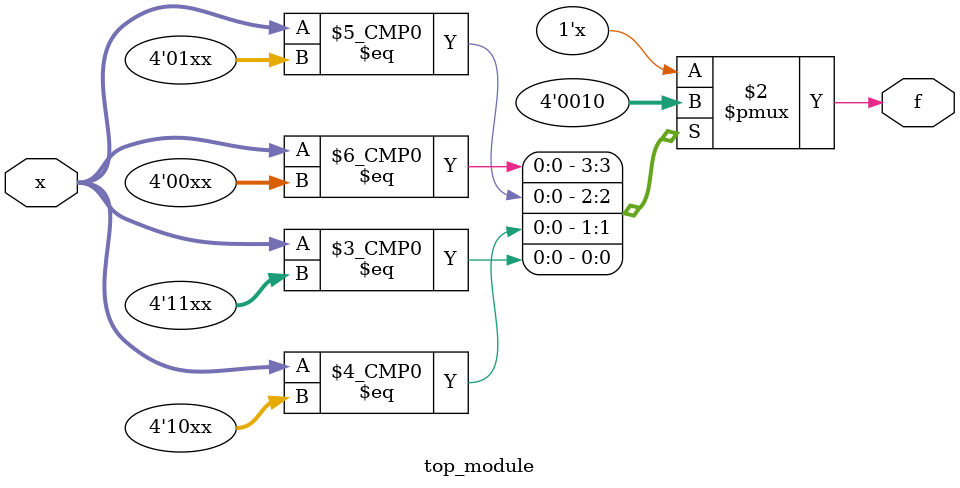
<source format=sv>
module top_module (
    input [4:1] x,
    output logic f
);

    always_comb begin
        case (x)
            4'b00xx: f = 1'b0;
            4'b01xx: f = 1'b0;
            4'b10xx: f = 1'b1;
            4'b11xx: f = 1'b0;
            default: f = 1'b0;
        endcase
    end
endmodule

</source>
